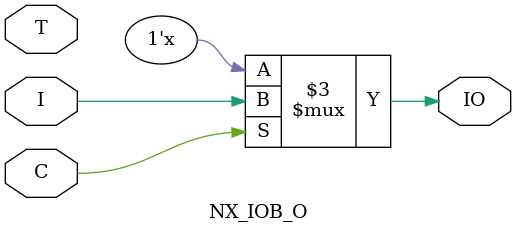
<source format=v>
(* abc9_lut=1 *)
module NX_LUT(input I1, I2, I3, I4, output O);

parameter lut_table = 16'h0000;

wire [7:0] s1 = I4 ? lut_table[15:8] : lut_table[7:0];
wire [3:0] s2 = I3 ? s1[7:4] : s1[3:0];
wire [1:0] s3 = I2 ? s2[3:2] : s2[1:0];
assign O = I1 ? s3[1] : s3[0];

endmodule

(* abc9_box, lib_whitebox *)
module NX_DFF(input I, CK, L, R, output reg O);

parameter dff_ctxt = 1'bx;
parameter dff_edge = 1'b0;
parameter dff_init = 1'b0;
parameter dff_load = 1'b0;
parameter dff_sync = 1'b0;
parameter dff_type = 1'b0;

initial begin
	O = dff_ctxt;
end

wire clock = CK ^ dff_edge;
wire load = (dff_type == 2) ? (dff_load ? L : 1'bx) : dff_type;
wire async_reset = !dff_sync && dff_init && R;
wire sync_reset = dff_sync && dff_init && R;

always @(posedge clock, posedge async_reset)
	if (async_reset) O <= load;
	else if (sync_reset) O <= load;
	else O <= I;

endmodule

(* abc9_box, lib_whitebox *)
module NX_CY(input A1, A2, A3, A4, B1, B2, B3, B4, (* abc9_carry *) input CI, output S1, S2, S3, S4, (* abc9_carry *) output CO);
parameter add_carry = 0;

assign {CO, S4, S3, S2, S1} = {A4, A3, A2, A1} + {B4, B3, B2, B1} + CI;

endmodule

(* abc9_box, lib_whitebox *)
module NX_XRFB_64x18(input WCK, input [17:0] I, input [5:0] RA, WA, input WE, WEA, output [17:0] O);

parameter wck_edge = 1'b0;
parameter mem_ctxt = 1152'b0;

reg [17:0] mem [63:0];

integer i;
initial begin
	for (i = 0; i < 64; i = i + 1)
		mem[i] = mem_ctxt[18*i +: 18];
end

wire clock = WCK ^ wck_edge;

always @(posedge clock)
	if (WE && WEA)
		mem[WA] <= I;

assign O = mem[RA];

endmodule

(* abc9_box, lib_whitebox *)
module NX_XRFB_32x36(input WCK, input [35:0] I, input [4:0] RA, WA, input WE, WEA, output [35:0] O);

parameter wck_edge = 1'b0;
parameter mem_ctxt = 1152'b0;

reg [35:0] mem [31:0];

integer i;
initial begin
	for (i = 0; i < 32; i = i + 1)
		mem[i] = mem_ctxt[36*i +: 36];
end

wire clock = WCK ^ wck_edge;

always @(posedge clock)
	if (WE && WEA)
		mem[WA] <= I;

assign O = mem[RA];

endmodule

module NX_IOB(I, C, T, O, IO);
    input C;
    input I;
	(* iopad_external_pin *)
    inout IO;
    output O;
    input T;
    parameter differential = "";
    parameter drive = "";
    parameter dynDrive = "";
    parameter dynInput = "";
    parameter dynTerm = "";
    parameter extra = 3;
    parameter inputDelayLine = "";
    parameter inputDelayOn = "";
    parameter inputSignalSlope = "";
    parameter location = "";
    parameter locked = 1'b0;
    parameter outputCapacity = "";
    parameter outputDelayLine = "";
    parameter outputDelayOn = "";
    parameter slewRate = "";
    parameter standard = "";
    parameter termination = "";
    parameter terminationReference = "";
    parameter turbo = "";
    parameter weakTermination = "";

	assign O = IO;
	assign IO = C ? I : 1'bz;
endmodule

module NX_IOB_I(C, T, IO, O);
    input C;
	(* iopad_external_pin *)
    input IO;
    output O;
    input T;
    parameter differential = "";
    parameter drive = "";
    parameter dynDrive = "";
    parameter dynInput = "";
    parameter dynTerm = "";
    parameter extra = 1;
    parameter inputDelayLine = "";
    parameter inputDelayOn = "";
    parameter inputSignalSlope = "";
    parameter location = "";
    parameter locked = 1'b0;
    parameter outputCapacity = "";
    parameter outputDelayLine = "";
    parameter outputDelayOn = "";
    parameter slewRate = "";
    parameter standard = "";
    parameter termination = "";
    parameter terminationReference = "";
    parameter turbo = "";
    parameter weakTermination = "";

	assign O = IO;
endmodule

module NX_IOB_O(I, C, T, IO);
    input C;
    input I;
	(* iopad_external_pin *)
    output IO;
    input T;
    parameter differential = "";
    parameter drive = "";
    parameter dynDrive = "";
    parameter dynInput = "";
    parameter dynTerm = "";
    parameter extra = 2;
    parameter inputDelayLine = "";
    parameter inputDelayOn = "";
    parameter inputSignalSlope = "";
    parameter location = "";
    parameter locked = 1'b0;
    parameter outputCapacity = "";
    parameter outputDelayLine = "";
    parameter outputDelayOn = "";
    parameter slewRate = "";
    parameter standard = "";
    parameter termination = "";
    parameter terminationReference = "";
    parameter turbo = "";
    parameter weakTermination = "";

	assign IO = C ? I : 1'bz;
endmodule



</source>
